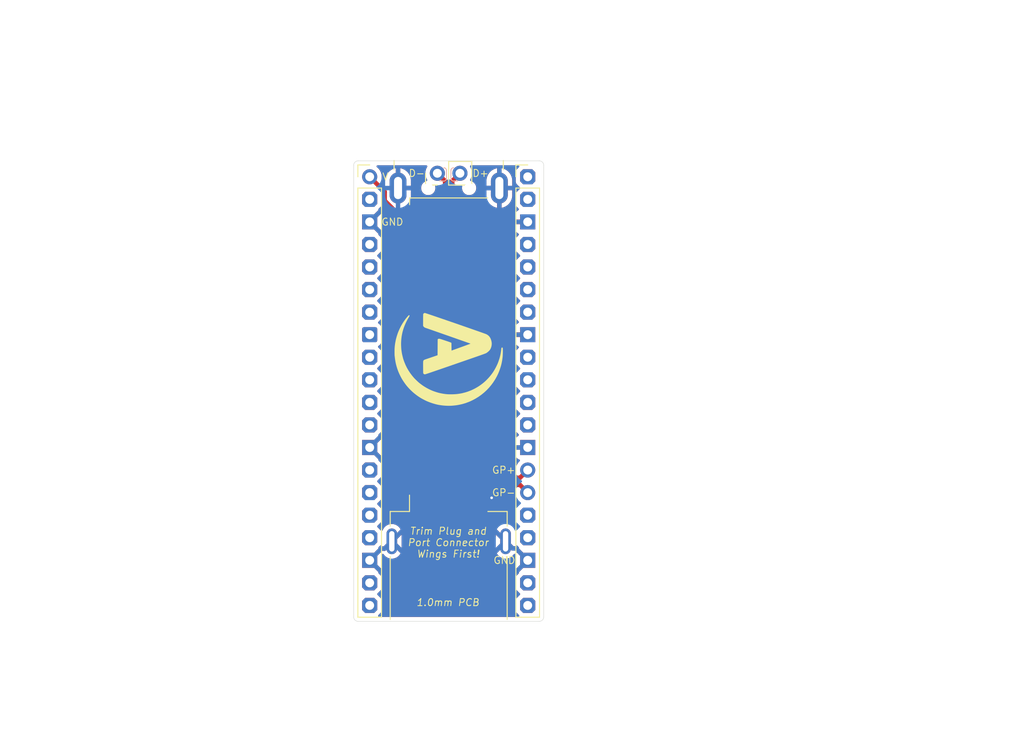
<source format=kicad_pcb>
(kicad_pcb (version 20240108) (generator "pcbnew") (generator_version "8.0")
  (layers (0 "F.Cu" signal) (31 "B.Cu" signal) (34 "B.Paste" user) (35 "F.Paste" user) (36 "B.SilkS" user "B.Silkscreen") (37 "F.SilkS" user "F.Silkscreen") (38 "B.Mask" user) (39 "F.Mask" user) (44 "Edge.Cuts" user))
  (net 0 "")
  (net 10 "VBUS")
  (net 11 "GND")
  (net 32 "D+")
  (net 33 "D-")
  (net 34 "GP+")
  (net 35 "GP-")
  (net 36 "AGND")
  (footprint "Connector_PinHeader_2.54mm:PinHeader_1x02_P2.54mm_Vertical" (layer "F.Cu") (at 148.975 88.22 90)
    (property "Reference" "J3" (hide yes))
    (property "Value" "Conn_01x02_Pin")
    (fp_line (start -1.33 -1.33) (end 0 -1.33) (stroke (width 0.12)) (layer "F.SilkS"))
    (fp_line (start -1.33 0) (end -1.33 -1.33) (stroke (width 0.12)) (layer "F.SilkS"))
    (fp_line (start 1.33 1.27) (end 1.33 3.87) (stroke (width 0.12)) (layer "F.SilkS"))
    (fp_line (start -1.33 1.27) (end 1.33 1.27) (stroke (width 0.12)) (layer "F.SilkS"))
    (fp_line (start -1.33 1.27) (end -1.33 3.87) (stroke (width 0.12)) (layer "F.SilkS"))
    (fp_line (start -1.33 3.87) (end 1.33 3.87) (stroke (width 0.12)) (layer "F.SilkS"))
    (pad "1" thru_hole circle (at 0 0 90) (size 1.7 1.7) (drill 1) (layers "*.Cu" "*.Mask") (net 33 "D-"))
    (pad "2" thru_hole oval (at 0 2.54 90) (size 1.7 1.7) (drill 1) (layers "*.Cu" "*.Mask") (net 32 "D+"))
  )
  (footprint "CustomFootprints:PinHeader_1x20_P2.54mm_Vertical_Low_Profile" (layer "F.Cu") (at 141.36 88.615)
    (property "Reference" "J1" (hide yes))
    (property "Value" "Conn_01x20_Pin")
    (fp_line (start -1.33 -1.33) (end 0 -1.33) (stroke (width 0.12)) (layer "F.SilkS"))
    (fp_line (start -1.33 0) (end -1.33 -1.33) (stroke (width 0.12)) (layer "F.SilkS"))
    (fp_line (start -1.33 1.27) (end -1.33 49.59) (stroke (width 0.12)) (layer "F.SilkS"))
    (fp_line (start -1.33 1.27) (end 1.33 1.27) (stroke (width 0.12)) (layer "F.SilkS"))
    (fp_line (start -1.33 49.59) (end 1.33 49.59) (stroke (width 0.12)) (layer "F.SilkS"))
    (fp_line (start 1.33 1.27) (end 1.33 49.59) (stroke (width 0.12)) (layer "F.SilkS"))
    (pad "1" thru_hole circle (at 0 0) (size 1.7 1.7) (drill 1) (layers "*.Cu" "*.Mask") (net 10 "VBUS"))
    (pad "2" thru_hole roundrect (at 0 2.54) (size 1.7 1.7) (drill 1) (layers "*.Cu" "*.Mask") (roundrect_rratio 0) (chamfer_ratio 0.2) (chamfer top_left top_right bottom_left bottom_right))
    (pad "3" thru_hole rect (at 0 5.08) (size 1.7 1.7) (drill 1) (layers "*.Cu" "*.Mask") (net 11 "GND"))
    (pad "4" thru_hole roundrect (at 0 7.62) (size 1.7 1.7) (drill 1) (layers "*.Cu" "*.Mask") (roundrect_rratio 0) (chamfer_ratio 0.2) (chamfer top_left top_right bottom_left bottom_right))
    (pad "5" thru_hole roundrect (at 0 10.16) (size 1.7 1.7) (drill 1) (layers "*.Cu" "*.Mask") (roundrect_rratio 0) (chamfer_ratio 0.2) (chamfer top_left top_right bottom_left bottom_right))
    (pad "6" thru_hole roundrect (at 0 12.7) (size 1.7 1.7) (drill 1) (layers "*.Cu" "*.Mask") (roundrect_rratio 0) (chamfer_ratio 0.2) (chamfer top_left top_right bottom_left bottom_right))
    (pad "7" thru_hole roundrect (at 0 15.24) (size 1.7 1.7) (drill 1) (layers "*.Cu" "*.Mask") (roundrect_rratio 0) (chamfer_ratio 0.2) (chamfer top_left top_right bottom_left bottom_right))
    (pad "8" thru_hole roundrect (at 0 17.78) (size 1.7 1.7) (drill 1) (layers "*.Cu" "*.Mask") (roundrect_rratio 0.125) (net 36 "AGND"))
    (pad "9" thru_hole roundrect (at 0 20.32) (size 1.7 1.7) (drill 1) (layers "*.Cu" "*.Mask") (roundrect_rratio 0) (chamfer_ratio 0.2) (chamfer top_left top_right bottom_left bottom_right))
    (pad "10" thru_hole roundrect (at 0 22.86) (size 1.7 1.7) (drill 1) (layers "*.Cu" "*.Mask") (roundrect_rratio 0) (chamfer_ratio 0.2) (chamfer top_left top_right bottom_left bottom_right))
    (pad "11" thru_hole roundrect (at 0 25.4) (size 1.7 1.7) (drill 1) (layers "*.Cu" "*.Mask") (roundrect_rratio 0) (chamfer_ratio 0.2) (chamfer top_left top_right bottom_left bottom_right))
    (pad "12" thru_hole roundrect (at 0 27.94) (size 1.7 1.7) (drill 1) (layers "*.Cu" "*.Mask") (roundrect_rratio 0) (chamfer_ratio 0.2) (chamfer top_left top_right bottom_left bottom_right))
    (pad "13" thru_hole rect (at 0 30.48) (size 1.7 1.7) (drill 1) (layers "*.Cu" "*.Mask") (net 11 "GND"))
    (pad "14" thru_hole roundrect (at 0 33.02) (size 1.7 1.7) (drill 1) (layers "*.Cu" "*.Mask") (roundrect_rratio 0) (chamfer_ratio 0.2) (chamfer top_left top_right bottom_left bottom_right))
    (pad "15" thru_hole roundrect (at 0 35.56) (size 1.7 1.7) (drill 1) (layers "*.Cu" "*.Mask") (roundrect_rratio 0) (chamfer_ratio 0.2) (chamfer top_left top_right bottom_left bottom_right))
    (pad "16" thru_hole roundrect (at 0 38.1) (size 1.7 1.7) (drill 1) (layers "*.Cu" "*.Mask") (roundrect_rratio 0) (chamfer_ratio 0.2) (chamfer top_left top_right bottom_left bottom_right))
    (pad "17" thru_hole roundrect (at 0 40.64) (size 1.7 1.7) (drill 1) (layers "*.Cu" "*.Mask") (roundrect_rratio 0) (chamfer_ratio 0.2) (chamfer top_left top_right bottom_left bottom_right))
    (pad "18" thru_hole rect (at 0 43.18) (size 1.7 1.7) (drill 1) (layers "*.Cu" "*.Mask") (net 11 "GND"))
    (pad "19" thru_hole roundrect (at 0 45.72) (size 1.7 1.7) (drill 1) (layers "*.Cu" "*.Mask") (roundrect_rratio 0) (chamfer_ratio 0.2) (chamfer top_left top_right bottom_left bottom_right))
    (pad "20" thru_hole roundrect (at 0 48.26) (size 1.7 1.7) (drill 1) (layers "*.Cu" "*.Mask") (roundrect_rratio 0) (chamfer_ratio 0.2) (chamfer top_left top_right bottom_left bottom_right))
  )
  (footprint "Connector_USB:USB_A_CNCTech_1001-011-01101_Horizontal" (layer "F.Cu") (at 150.25 82.98 90)
    (property "Reference" "J4" (hide yes))
    (property "Value" "USB_A")
    (fp_line (start -4.85 -6.145) (end -3.8 -6.145) (stroke (width 0.12)) (layer "F.SilkS"))
    (fp_line (start -8.02 -4.4) (end -8.775 -4.4) (stroke (width 0.12)) (layer "F.SilkS"))
    (fp_line (start -8.02 -4.4) (end -8.02 4.4) (stroke (width 0.12)) (layer "F.SilkS"))
    (fp_line (start -4.85 6.145) (end -3.8 6.145) (stroke (width 0.12)) (layer "F.SilkS"))
    (pad "" np_thru_hole circle (at -6.9 -2.3 90) (size 1.1 1.1) (drill 1.1) (layers "*.Cu" "*.Mask"))
    (pad "" np_thru_hole circle (at -6.9 2.3 90) (size 1.1 1.1) (drill 1.1) (layers "*.Cu" "*.Mask"))
    (pad "1" smd rect (at -9.65 -3.5 90) (size 2.5 1.1) (layers "F.Cu" "F.Paste" "F.Mask") (net 10 "VBUS"))
    (pad "2" smd rect (at -9.65 -1 90) (size 2.5 1.1) (layers "F.Cu" "F.Paste" "F.Mask") (net 33 "D-"))
    (pad "3" smd rect (at -9.65 1 90) (size 2.5 1.1) (layers "F.Cu" "F.Paste" "F.Mask") (net 32 "D+"))
    (pad "4" smd rect (at -9.65 3.5 90) (size 2.5 1.1) (layers "F.Cu" "F.Paste" "F.Mask") (net 11 "GND"))
    (pad "5" thru_hole oval (at -6.9 -5.7 90) (size 3.5 1.9) (drill oval 2.5 0.9) (layers "*.Cu" "*.Mask") (net 11 "GND"))
    (pad "5" thru_hole oval (at -6.9 5.7 90) (size 3.5 1.9) (drill oval 2.5 0.9) (layers "*.Cu" "*.Mask") (net 11 "GND"))
  )
  (footprint "CustomFootprints:USB_A_Receptacle_GCT_USB1046_Model" (layer "F.Cu") (at 150.25 133.21)
    (property "Reference" "J5" (hide yes))
    (property "Value" "USB_A")
    (fp_line (start -6.58 -6.91) (end -6.58 -5.26) (stroke (width 0.12)) (layer "F.SilkS"))
    (fp_line (start -6.58 -1.84) (end -6.58 5.25) (stroke (width 0.12)) (layer "F.SilkS"))
    (fp_line (start -4.41 -6.91) (end -6.58 -6.91) (stroke (width 0.12)) (layer "F.SilkS"))
    (fp_line (start -4.41 -6.91) (end -4.41 -8.75) (stroke (width 0.12)) (layer "F.SilkS"))
    (fp_line (start 4.41 -6.91) (end 6.58 -6.91) (stroke (width 0.12)) (layer "F.SilkS"))
    (fp_line (start 6.58 -6.91) (end 6.58 -5.26) (stroke (width 0.12)) (layer "F.SilkS"))
    (fp_line (start 6.58 -1.84) (end 6.58 5.25) (stroke (width 0.12)) (layer "F.SilkS"))
    (pad "1" smd roundrect (at -3.5 -7.25) (size 1.3 3) (layers "F.Cu" "F.Paste" "F.Mask") (net 10 "VBUS"))
    (pad "2" smd roundrect (at -1 -7.25) (size 1.3 3) (layers "F.Cu" "F.Paste" "F.Mask") (net 35 "GP-"))
    (pad "3" smd roundrect (at 1 -7.25) (size 1.3 3) (layers "F.Cu" "F.Paste" "F.Mask") (net 34 "GP+"))
    (pad "4" smd roundrect (at 3.5 -7.25) (size 1.3 3) (layers "F.Cu" "F.Paste" "F.Mask") (net 11 "GND"))
    (pad "5" thru_hole oval (at -6.4 -3.55) (size 1.2 2.9) (drill oval 0.6 2.3) (layers "*.Cu" "*.Mask") (net 11 "GND"))
    (pad "5" thru_hole oval (at 6.4 -3.55) (size 1.2 2.9) (drill oval 0.6 2.3) (layers "*.Cu" "*.Mask") (net 11 "GND"))
  )
  (footprint "CustomFootprints:PinHeader_1x20_P2.54mm_Vertical_Low_Profile" (layer "F.Cu") (at 159.14 88.615)
    (property "Reference" "J2" (hide yes))
    (property "Value" "Conn_01x20_Pin")
    (fp_line (start -1.33 -1.33) (end 0 -1.33) (stroke (width 0.12)) (layer "F.SilkS"))
    (fp_line (start -1.33 0) (end -1.33 -1.33) (stroke (width 0.12)) (layer "F.SilkS"))
    (fp_line (start -1.33 1.27) (end -1.33 49.59) (stroke (width 0.12)) (layer "F.SilkS"))
    (fp_line (start -1.33 1.27) (end 1.33 1.27) (stroke (width 0.12)) (layer "F.SilkS"))
    (fp_line (start -1.33 49.59) (end 1.33 49.59) (stroke (width 0.12)) (layer "F.SilkS"))
    (fp_line (start 1.33 1.27) (end 1.33 49.59) (stroke (width 0.12)) (layer "F.SilkS"))
    (pad "1" thru_hole roundrect (at 0 0) (size 1.7 1.7) (drill 1) (layers "*.Cu" "*.Mask") (roundrect_rratio 0) (chamfer_ratio 0.2) (chamfer top_left top_right bottom_left bottom_right))
    (pad "2" thru_hole roundrect (at 0 2.54) (size 1.7 1.7) (drill 1) (layers "*.Cu" "*.Mask") (roundrect_rratio 0) (chamfer_ratio 0.2) (chamfer top_left top_right bottom_left bottom_right))
    (pad "3" thru_hole rect (at 0 5.08) (size 1.7 1.7) (drill 1) (layers "*.Cu" "*.Mask") (net 11 "GND"))
    (pad "4" thru_hole roundrect (at 0 7.62) (size 1.7 1.7) (drill 1) (layers "*.Cu" "*.Mask") (roundrect_rratio 0) (chamfer_ratio 0.2) (chamfer top_left top_right bottom_left bottom_right))
    (pad "5" thru_hole roundrect (at 0 10.16) (size 1.7 1.7) (drill 1) (layers "*.Cu" "*.Mask") (roundrect_rratio 0) (chamfer_ratio 0.2) (chamfer top_left top_right bottom_left bottom_right))
    (pad "6" thru_hole roundrect (at 0 12.7) (size 1.7 1.7) (drill 1) (layers "*.Cu" "*.Mask") (roundrect_rratio 0) (chamfer_ratio 0.2) (chamfer top_left top_right bottom_left bottom_right))
    (pad "7" thru_hole roundrect (at 0 15.24) (size 1.7 1.7) (drill 1) (layers "*.Cu" "*.Mask") (roundrect_rratio 0) (chamfer_ratio 0.2) (chamfer top_left top_right bottom_left bottom_right))
    (pad "8" thru_hole rect (at 0 17.78) (size 1.7 1.7) (drill 1) (layers "*.Cu" "*.Mask") (net 11 "GND"))
    (pad "9" thru_hole roundrect (at 0 20.32) (size 1.7 1.7) (drill 1) (layers "*.Cu" "*.Mask") (roundrect_rratio 0) (chamfer_ratio 0.2) (chamfer top_left top_right bottom_left bottom_right))
    (pad "10" thru_hole roundrect (at 0 22.86) (size 1.7 1.7) (drill 1) (layers "*.Cu" "*.Mask") (roundrect_rratio 0) (chamfer_ratio 0.2) (chamfer top_left top_right bottom_left bottom_right))
    (pad "11" thru_hole roundrect (at 0 25.4) (size 1.7 1.7) (drill 1) (layers "*.Cu" "*.Mask") (roundrect_rratio 0) (chamfer_ratio 0.2) (chamfer top_left top_right bottom_left bottom_right))
    (pad "12" thru_hole roundrect (at 0 27.94) (size 1.7 1.7) (drill 1) (layers "*.Cu" "*.Mask") (roundrect_rratio 0) (chamfer_ratio 0.2) (chamfer top_left top_right bottom_left bottom_right))
    (pad "13" thru_hole rect (at 0 30.48) (size 1.7 1.7) (drill 1) (layers "*.Cu" "*.Mask") (net 11 "GND"))
    (pad "14" thru_hole oval (at 0 33.02) (size 1.7 1.7) (drill 1) (layers "*.Cu" "*.Mask") (net 34 "GP+"))
    (pad "15" thru_hole oval (at 0 35.56) (size 1.7 1.7) (drill 1) (layers "*.Cu" "*.Mask") (net 35 "GP-"))
    (pad "16" thru_hole roundrect (at 0 38.1) (size 1.7 1.7) (drill 1) (layers "*.Cu" "*.Mask") (roundrect_rratio 0) (chamfer_ratio 0.2) (chamfer top_left top_right bottom_left bottom_right))
    (pad "17" thru_hole roundrect (at 0 40.64) (size 1.7 1.7) (drill 1) (layers "*.Cu" "*.Mask") (roundrect_rratio 0) (chamfer_ratio 0.2) (chamfer top_left top_right bottom_left bottom_right))
    (pad "18" thru_hole rect (at 0 43.18) (size 1.7 1.7) (drill 1) (layers "*.Cu" "*.Mask") (net 11 "GND"))
    (pad "19" thru_hole roundrect (at 0 45.72) (size 1.7 1.7) (drill 1) (layers "*.Cu" "*.Mask") (roundrect_rratio 0) (chamfer_ratio 0.2) (chamfer top_left top_right bottom_left bottom_right))
    (pad "20" thru_hole roundrect (at 0 48.26) (size 1.7 1.7) (drill 1) (layers "*.Cu" "*.Mask") (roundrect_rratio 0) (chamfer_ratio 0.2) (chamfer top_left top_right bottom_left bottom_right))
  )
  (footprint "LOGO" (layer "F.Cu") (at 151.270508 107.404605 -90)
    (property "Reference" "G***" (hide yes))
    (property "Value" "LOGO" (hide yes))
    (fp_poly (pts (xy 0.211344 -3.807247) (xy 0.354746 -3.776122) (xy 0.490716 -3.730534) (xy 0.614713 -3.671529) (xy 0.722193 -3.600157) (xy 0.745184 -3.581167) (xy 0.838825 -3.491677) (xy 0.931997 -3.386826) (xy 1.017352 -3.275048) (xy 1.037574 -3.245569) (xy 1.044528 -3.235055) (xy 1.05137 -3.224219) (xy 1.05839 -3.212242) (xy 1.06588 -3.198305) (xy 1.074131 -3.181588) (xy 1.083436 -3.161274) (xy 1.094085 -3.136543) (xy 1.10637 -3.106576) (xy 1.120583 -3.070555) (xy 1.137015 -3.02766) (xy 1.155958 -2.977072) (xy 1.177703 -2.917974) (xy 1.202541 -2.849545) (xy 1.230765 -2.770968) (xy 1.262666 -2.681422) (xy 1.298535 -2.58009) (xy 1.338664 -2.466152) (xy 1.383345 -2.338789) (xy 1.432869 -2.197183) (xy 1.487527 -2.040515) (xy 1.547611 -1.867966) (xy 1.613412 -1.678716) (xy 1.685223 -1.471948) (xy 1.763335 -1.246841) (xy 1.848038 -1.002578) (xy 1.939626 -0.73834) (xy 2.038388 -0.453307) (xy 2.144618 -0.14666) (xy 2.258605 0.182419) (xy 2.280897 0.246777) (xy 2.400118 0.591043) (xy 2.511435 0.912637) (xy 2.615091 1.212273) (xy 2.711331 1.490668) (xy 2.800397 1.748539) (xy 2.882534 1.986602) (xy 2.957985 2.205573) (xy 3.026995 2.406169) (xy 3.089805 2.589107) (xy 3.146661 2.755101) (xy 3.197806 2.90487) (xy 3.243484 3.039129) (xy 3.283938 3.158594) (xy 3.319412 3.263983) (xy 3.350149 3.35601) (xy 3.376394 3.435394) (xy 3.39839 3.50285) (xy 3.41638 3.559094) (xy 3.430609 3.604843) (xy 3.44132 3.640814) (xy 3.448756 3.667722) (xy 3.453162 3.686284) (xy 3.45478 3.697217) (xy 3.454799 3.69795) (xy 3.444169 3.76639) (xy 3.410982 3.825362) (xy 3.364509 3.868925) (xy 3.356308 3.874587) (xy 3.346873 3.879371) (xy 3.334146 3.883364) (xy 3.316072 3.886653) (xy 3.290595 3.889324) (xy 3.255657 3.891463) (xy 3.209203 3.893157) (xy 3.149175 3.894492) (xy 3.073518 3.895555) (xy 2.980175 3.896432) (xy 2.86709 3.897209) (xy 2.732206 3.897974) (xy 2.664802 3.898332) (xy 2.511987 3.899122) (xy 2.38189 3.899617) (xy 2.272459 3.89961) (xy 2.181642 3.898892) (xy 2.107391 3.897256) (xy 2.047652 3.894493) (xy 2.000375 3.890395) (xy 1.963509 3.884754) (xy 1.935004 3.877363) (xy 1.912807 3.868013) (xy 1.894869 3.856496) (xy 1.879137 3.842604) (xy 1.863562 3.826129) (xy 1.854548 3.816146) (xy 1.836377 3.792533) (xy 1.818359 3.760812) (xy 1.798859 3.717251) (xy 1.776239 3.65812) (xy 1.748866 3.579691) (xy 1.742185 3.559897) (xy 1.722919 3.502787) (xy 1.696876 3.425929) (xy 1.665308 3.333005) (xy 1.62947 3.227699) (xy 1.590615 3.113691) (xy 1.549997 2.994664) (xy 1.508869 2.874301) (xy 1.48729 2.811215) (xy 1.302947 2.272502) (xy 0.410258 2.26631) (xy -0.482431 2.260117) (xy -0.515934 2.226609) (xy -0.536694 2.200654) (xy -0.548408 2.169384) (xy -0.554465 2.123447) (xy -0.55477 2.119374) (xy -0.555541 2.102078) (xy -0.554931 2.083711) (xy -0.552338 2.06221) (xy -0.547162 2.035513) (xy -0.538802 2.001556) (xy -0.526658 1.958278) (xy -0.510128 1.903617) (xy -0.488613 1.835509) (xy -0.46151 1.751893) (xy -0.428221 1.650706) (xy -0.388144 1.529886) (xy -0.34771 1.408466) (xy -0.298966 1.26271) (xy -0.257177 1.138885) (xy -0.22174 1.035337) (xy -0.192048 0.950412) (xy -0.167497 0.882453) (xy -0.147481 0.829807) (xy -0.131394 0.790818) (xy -0.118633 0.763833) (xy -0.108591 0.747196) (xy -0.10383 0.741689) (xy -0.072342 0.712092) (xy 0.352826 0.7059) (xy 0.777994 0.699708) (xy 0.392093 -0.36825) (xy 0.335819 -0.523802) (xy 0.28188 -0.672544) (xy 0.230873 -0.812848) (xy 0.183397 -0.943084) (xy 0.14005 -1.061623) (xy 0.10143 -1.166836) (xy 0.068136 -1.257093) (xy 0.040765 -1.330764) (xy 0.019916 -1.386222) (xy 0.006188 -1.421835) (xy 0.000178 -1.435975) (xy 0 -1.436152) (xy -0.004438 -1.424675) (xy -0.016609 -1.39111) (xy -0.036057 -1.336749) (xy -0.062331 -1.262882) (xy -0.094978 -1.170798) (xy -0.133543 -1.061789) (xy -0.177576 -0.937143) (xy -0.226621 -0.798152) (xy -0.280227 -0.646105) (xy -0.33794 -0.482293) (xy -0.399307 -0.308006) (xy -0.463876 -0.124534) (xy -0.531193 0.066832) (xy -0.600805 0.264803) (xy -0.67226 0.468088) (xy -0.745103 0.675398) (xy -0.818883 0.88544) (xy -0.893147 1.096927) (xy -0.96744 1.308567) (xy -1.04131 1.51907) (xy -1.114305 1.727146) (xy -1.185971 1.931505) (xy -1.255855 2.130856) (xy -1.323504 2.32391) (xy -1.388465 2.509376) (xy -1.450285 2.685963) (xy -1.508511 2.852383) (xy -1.562691 3.007344) (xy -1.61237 3.149557) (xy -1.657097 3.27773) (xy -1.696417 3.390574) (xy -1.729878 3.4868) (xy -1.757028 3.565115) (xy -1.777412 3.624231) (xy -1.790579 3.662857) (xy -1.79457 3.674872) (xy -1.820141 3.727389) (xy -1.861235 3.783377) (xy -1.911328 3.835022) (xy -1.958518 3.87121) (xy -2.005748 3.901024) (xy -2.653069 3.900239) (xy -2.802461 3.89982) (xy -2.936168 3.898959) (xy -3.052822 3.897684) (xy -3.151056 3.896021) (xy -3.229502 3.893996) (xy -3.28679 3.891635) (xy -3.321554 3.888966) (xy -3.331344 3.887111) (xy -3.388109 3.851869) (xy -3.42923 3.799878) (xy -3.451774 3.735644) (xy -3.455192 3.696716) (xy -3.451164 3.679415) (xy -3.439341 3.639866) (xy -3.420112 3.579198) (xy -3.393869 3.498538) (xy -3.361001 3.399016) (xy -3.3219 3.28176) (xy -3.276955 3.147899) (xy -3.226558 2.99856) (xy -3.171099 2.834873) (xy -3.110968 2.657965) (xy -3.046555 2.468966) (xy -2.978252 2.269004) (xy -2.906448 2.059207) (xy -2.831534 1.840704) (xy -2.753901 1.614623) (xy -2.673939 1.382093) (xy -2.592039 1.144242) (xy -2.50859 0.902199) (xy -2.423984 0.657093) (xy -2.338611 0.410051) (xy -2.252862 0.162202) (xy -2.167126 -0.085324) (xy -2.081795 -0.331401) (xy -1.997258 -0.574899) (xy -1.913907 -0.81469) (xy -1.832132 -1.049645) (xy -1.752323 -1.278635) (xy -1.674871 -1.500533) (xy -1.600166 -1.71421) (xy -1.528599 -1.918537) (xy -1.46056 -2.112387) (xy -1.39644 -2.294629) (xy -1.336629 -2.464136) (xy -1.281517 -2.61978) (xy -1.231496 -2.760432) (xy -1.186955 -2.884963) (xy -1.148285 -2.992245) (xy -1.115877 -3.081149) (xy -1.090121 -3.150547) (xy -1.071407 -3.199311) (xy -1.060126 -3.226312) (xy -1.058746 -3.229097) (xy -0.98209 -3.356254) (xy -0.895187 -3.465808) (xy -0.795912 -3.559208) (xy -0.682143 -3.637906) (xy -0.551757 -3.703352) (xy -0.402629 -3.756995) (xy -0.232638 -3.800286) (xy -0.218012 -3.803358) (xy -0.079578 -3.821913) (xy 0.065055 -3.82286)) (fill solid) (layer "F.SilkS"))
    (fp_poly (pts (xy 0.991545 -5.071328) (xy 1.103335 -5.068656) (xy 1.213806 -5.064719) (xy 1.318907 -5.059705) (xy 1.414589 -5.053801) (xy 1.496803 -5.047196) (xy 1.561499 -5.040076) (xy 1.597563 -5.034212) (xy 1.628535 -5.029255) (xy 1.670991 -5.024144) (xy 1.690444 -5.022236) (xy 1.766002 -5.013437) (xy 1.857543 -4.999556) (xy 1.957111 -4.981866) (xy 2.018626 -4.969702) (xy 2.069324 -4.959573) (xy 2.11532 -4.950919) (xy 2.147185 -4.945508) (xy 2.14866 -4.945294) (xy 2.183027 -4.938727) (xy 2.227334 -4.928176) (xy 2.247733 -4.922717) (xy 2.293792 -4.91082) (xy 2.338045 -4.900899) (xy 2.352999 -4.898082) (xy 2.397214 -4.888374) (xy 2.460653 -4.871385) (xy 2.539302 -4.848415) (xy 2.629151 -4.820762) (xy 2.726186 -4.789725) (xy 2.826397 -4.756603) (xy 2.92577 -4.722694) (xy 3.020293 -4.689297) (xy 3.105956 -4.657712) (xy 3.159135 -4.637122) (xy 3.417631 -4.526293) (xy 3.680108 -4.398205) (xy 3.938175 -4.257056) (xy 4.043443 -4.194759) (xy 4.368235 -3.983678) (xy 4.678161 -3.753358) (xy 4.972343 -3.504747) (xy 5.249903 -3.23879) (xy 5.509965 -2.956436) (xy 5.75165 -2.658631) (xy 5.974081 -2.346321) (xy 6.176381 -2.020454) (xy 6.341095 -1.715212) (xy 6.427874 -1.537679) (xy 6.502141 -1.375334) (xy 6.563223 -1.229715) (xy 6.610447 -1.102363) (xy 6.615331 -1.087838) (xy 6.62994 -1.045864) (xy 6.64263 -1.012951) (xy 6.650261 -0.996928) (xy 6.658505 -0.978453) (xy 6.672052 -0.940273) (xy 6.689648 -0.886566) (xy 6.710038 -0.82151) (xy 6.731964 -0.749283) (xy 6.754172 -0.674064) (xy 6.775405 -0.600031) (xy 6.794409 -0.531362) (xy 6.809927 -0.472237) (xy 6.818148 -0.438307) (xy 6.854986 -0.273296) (xy 6.885563 -0.125341) (xy 6.910906 0.012177) (xy 6.932039 0.145875) (xy 6.94999 0.282371) (xy 6.965783 0.428281) (xy 6.980445 0.590223) (xy 6.983693 0.629543) (xy 6.99275 0.788599) (xy 6.995983 0.965093) (xy 6.993654 1.152455) (xy 6.986027 1.344116) (xy 6.973364 1.533506) (xy 6.95593 1.714055) (xy 6.933988 1.879192) (xy 6.933488 1.882399) (xy 6.925929 1.932293) (xy 6.919237 1.97909) (xy 6.915665 2.006241) (xy 6.896078 2.133992) (xy 6.866524 2.279711) (xy 6.828237 2.439279) (xy 6.782454 2.608574) (xy 6.730408 2.783475) (xy 6.673334 2.95986) (xy 6.612467 3.133609) (xy 6.549043 3.3006) (xy 6.484295 3.456712) (xy 6.474092 3.479961) (xy 6.426779 3.582929) (xy 6.372596 3.69413) (xy 6.313696 3.809646) (xy 6.252231 3.925558) (xy 6.190353 4.037949) (xy 6.130214 4.142898) (xy 6.073968 4.236488) (xy 6.023765 4.314801) (xy 5.986495 4.367702) (xy 5.967668 4.394283) (xy 5.957426 4.411828) (xy 5.956802 4.414071) (xy 5.949748 4.426673) (xy 5.930385 4.455298) (xy 5.901412 4.496263) (xy 5.865526 4.545889) (xy 5.825426 4.600491) (xy 5.78381 4.65639) (xy 5.743376 4.709904) (xy 5.706822 4.75735) (xy 5.684791 4.785226) (xy 5.649386 4.829416) (xy 5.616082 4.871113) (xy 5.590766 4.902941) (xy 5.585921 4.909068) (xy 5.52399 4.983938) (xy 5.447477 5.070677) (xy 5.360545 5.164961) (xy 5.267354 5.262465) (xy 5.172065 5.358866) (xy 5.078838 5.449837) (xy 4.991836 5.531057) (xy 4.959874 5.5597) (xy 4.918712 5.596138) (xy 4.879614 5.630864) (xy 4.85045 5.656887) (xy 4.848416 5.658711) (xy 4.758507 5.735487) (xy 4.650857 5.82081) (xy 4.529642 5.91169) (xy 4.39904 6.005139) (xy 4.263227 6.098166) (xy 4.12638 6.187782) (xy 3.994428 6.269938) (xy 3.905156 6.321691) (xy 3.799405 6.379345) (xy 3.683205 6.439892) (xy 3.562587 6.500325) (xy 3.443582 6.557635) (xy 3.332223 6.608816) (xy 3.234538 6.650858) (xy 3.213701 6.659293) (xy 3.167833 6.677844) (xy 3.125639 6.695347) (xy 3.102243 6.705393) (xy 3.065224 6.720273) (xy 3.03413 6.730781) (xy 3.006069 6.739932) (xy 2.964909 6.754561) (xy 2.928864 6.767987) (xy 2.878804 6.785897) (xy 2.810956 6.808544) (xy 2.731393 6.834018) (xy 2.646186 6.860407) (xy 2.561409 6.885799) (xy 2.483132 6.908284) (xy 2.483033 6.908312) (xy 2.262095 6.963982) (xy 2.025099 7.012562) (xy 1.780115 7.052578) (xy 1.535206 7.082554) (xy 1.523257 7.083748) (xy 1.467487 7.089725) (xy 1.41984 7.095689) (xy 1.386416 7.100827) (xy 1.374647 7.103536) (xy 1.355734 7.106041) (xy 1.315686 7.108217) (xy 1.258132 7.110045) (xy 1.186703 7.111511) (xy 1.105029 7.112597) (xy 1.016741 7.113286) (xy 0.925469 7.113562) (xy 0.834844 7.113408) (xy 0.748496 7.112807) (xy 0.670056 7.111742) (xy 0.603154 7.110196) (xy 0.55142 7.108154) (xy 0.538713 7.107396) (xy 0.42544 7.099452) (xy 0.334747 7.092268) (xy 0.264462 7.085651) (xy 0.212416 7.079407) (xy 0.195727 7.076891) (xy 0.151751 7.070622) (xy 0.109567 7.065913) (xy 0.109038 7.065867) (xy 0.059709 7.060217) (xy -0.005323 7.050915) (xy -0.077505 7.039334) (xy -0.148286 7.026848) (xy -0.209117 7.01483) (xy -0.210531 7.014527) (xy -0.25921 7.004403) (xy -0.304009 6.995639) (xy -0.330316 6.990958) (xy -0.415401 6.974658) (xy -0.518823 6.950472) (xy -0.635955 6.919795) (xy -0.762172 6.884022) (xy -0.892846 6.844549) (xy -1.023352 6.802771) (xy -1.149062 6.760082) (xy -1.26535 6.717879) (xy -1.362262 6.679762) (xy -1.692302 6.533917) (xy -2.002678 6.376687) (xy -2.296539 6.206335) (xy -2.577033 6.021122) (xy -2.650219 5.968823) (xy -2.690437 5.939771) (xy -2.727068 5.913578) (xy -2.749293 5.897931) (xy -2.783824 5.872388) (xy -2.831118 5.835147) (xy -2.886903 5.789806) (xy -2.94691 5.739963) (xy -3.006869 5.689215) (xy -3.062509 5.641163) (xy -3.109561 5.599403) (xy -3.143754 5.567534) (xy -3.155226 5.555859) (xy -3.19002 5.513082) (xy -3.205485 5.479532) (xy -3.203132 5.451049) (xy -3.197337 5.439822) (xy -3.183596 5.426007) (xy -3.163541 5.420976) (xy -3.134805 5.425623) (xy -3.095019 5.440839) (xy -3.041817 5.46752) (xy -2.972831 5.506559) (xy -2.891711 5.555179) (xy -2.692338 5.669822) (xy -2.475467 5.78212) (xy -2.248346 5.888688) (xy -2.018224 5.986141) (xy -1.79235 6.071094) (xy -1.770941 6.078542) (xy -1.709451 6.098952) (xy -1.636074 6.122021) (xy -1.555836 6.146299) (xy -1.473763 6.170341) (xy -1.394882 6.192698) (xy -1.324217 6.211923) (xy -1.266795 6.226569) (xy -1.227643 6.235188) (xy -1.226036 6.235473) (xy -1.189507 6.242464) (xy -1.141542 6.252459) (xy -1.108386 6.259745) (xy -0.920705 6.296784) (xy -0.715892 6.327744) (xy -0.500999 6.351886) (xy -0.283082 6.368466) (xy -0.069192 6.376744) (xy 0.012385 6.377563) (xy 0.110946 6.376694) (xy 0.217921 6.374035) (xy 0.327988 6.369861) (xy 0.435827 6.364447) (xy 0.536117 6.358067) (xy 0.623538 6.350997) (xy 0.69277 6.343513) (xy 0.7059 6.341712) (xy 0.752494 6.334995) (xy 0.814389 6.326114) (xy 0.882366 6.316389) (xy 0.928816 6.309762) (xy 1.008444 6.297843) (xy 1.082508 6.285328) (xy 1.157108 6.270987) (xy 1.238344 6.253588) (xy 1.332316 6.2319) (xy 1.424184 6.209802) (xy 1.544153 6.180167) (xy 1.641959 6.155093) (xy 1.717125 6.13471) (xy 1.769176 6.119149) (xy 1.797635 6.108541) (xy 1.801902 6.106048) (xy 1.822312 6.096322) (xy 1.850212 6.087839) (xy 1.874856 6.080407) (xy 1.917197 6.066078) (xy 1.971781 6.046755) (xy 2.033153 6.024341) (xy 2.04836 6.018686) (xy 2.384358 5.881168) (xy 2.707266 5.724073) (xy 3.018686 5.546435) (xy 3.320221 5.34729) (xy 3.613474 5.125669) (xy 3.824309 4.9482) (xy 3.884073 4.89369) (xy 3.953416 4.827159) (xy 4.029232 4.751883) (xy 4.108416 4.671137) (xy 4.18786 4.588195) (xy 4.26446 4.506334) (xy 4.335109 4.428828) (xy 4.396702 4.358954) (xy 4.446133 4.299985) (xy 4.47689 4.260016) (xy 4.496825 4.233043) (xy 4.525982 4.194574) (xy 4.558299 4.152602) (xy 4.560588 4.149655) (xy 4.703416 3.954433) (xy 4.843847 3.740356) (xy 4.978524 3.513319) (xy 5.104089 3.279215) (xy 5.217186 3.04394) (xy 5.298153 2.854559) (xy 5.331747 2.767658) (xy 5.367396 2.669608) (xy 5.403701 2.564795) (xy 5.439261 2.457609) (xy 5.472676 2.352437) (xy 5.502546 2.253667) (xy 5.527471 2.165689) (xy 5.54605 2.092889) (xy 5.555488 2.048056) (xy 5.562159 2.015804) (xy 5.572451 1.971672) (xy 5.579622 1.942912) (xy 5.591216 1.892507) (xy 5.600853 1.841636) (xy 5.604202 1.81907) (xy 5.611557 1.772499) (xy 5.621077 1.727144) (xy 5.622944 1.719829) (xy 5.630998 1.681243) (xy 5.6384 1.631946) (xy 5.641576 1.603278) (xy 5.645971 1.563199) (xy 5.650467 1.533808) (xy 5.653244 1.523492) (xy 5.656415 1.508651) (xy 5.661329 1.474437) (xy 5.667382 1.426134) (xy 5.673969 1.369025) (xy 5.680484 1.308394) (xy 5.686323 1.249526) (xy 5.690879 1.197702) (xy 5.691566 1.188884) (xy 5.699091 1.054856) (xy 5.702997 0.904593) (xy 5.703439 0.743959) (xy 5.700574 0.578818) (xy 5.694558 0.415034) (xy 5.685549 0.258471) (xy 5.673703 0.114992) (xy 5.659642 -0.006192) (xy 5.647497 -0.090434) (xy 5.633998 -0.178002) (xy 5.619858 -0.264844) (xy 5.605786 -0.346912) (xy 5.592494 -0.420155) (xy 5.580693 -0.480524) (xy 5.571094 -0.523968) (xy 5.565063 -0.544904) (xy 5.558741 -0.565446) (xy 5.548799 -0.602637) (xy 5.537223 -0.649) (xy 5.53545 -0.656362) (xy 5.51492 -0.74003) (xy 5.495123 -0.817021) (xy 5.477176 -0.883251) (xy 5.462195 -0.934634) (xy 5.451296 -0.967082) (xy 5.449156 -0.972159) (xy 5.440226 -0.995757) (xy 5.427224 -1.035265) (xy 5.412747 -1.08274) (xy 5.410681 -1.089809) (xy 5.396734 -1.13558) (xy 5.384325 -1.172374) (xy 5.375773 -1.193402) (xy 5.374761 -1.195075) (xy 5.366265 -1.212683) (xy 5.353114 -1.246084) (xy 5.340346 -1.281765) (xy 5.303009 -1.38239) (xy 5.255486 -1.497574) (xy 5.20069 -1.620853) (xy 5.141533 -1.745764) (xy 5.08093 -1.865843) (xy 5.055703 -1.913359) (xy 4.959507 -2.087218) (xy 4.868278 -2.242653) (xy 4.77888 -2.384645) (xy 4.688173 -2.518173) (xy 4.593021 -2.648219) (xy 4.591396 -2.650363) (xy 4.555906 -2.697248) (xy 4.523438 -2.740269) (xy 4.498593 -2.773322) (xy 4.489274 -2.78581) (xy 4.472143 -2.807733) (xy 4.445274 -2.840886) (xy 4.413488 -2.879464) (xy 4.381604 -2.917666) (xy 4.354442 -2.949688) (xy 4.336822 -2.969728) (xy 4.33445 -2.972208) (xy 4.323529 -2.984531) (xy 4.302347 -3.009324) (xy 4.286651 -3.027937) (xy 4.263885 -3.053523) (xy 4.227611 -3.092499) (xy 4.181784 -3.140692) (xy 4.130359 -3.193929) (xy 4.094716 -3.23037) (xy 3.90619 -3.413281) (xy 3.707032 -3.59009) (xy 3.502919 -3.756086) (xy 3.299531 -3.90656) (xy 3.188933 -3.981721) (xy 3.037008 -4.077543) (xy 2.874295 -4.173029) (xy 2.705975 -4.265494) (xy 2.537227 -4.352254) (xy 2.373233 -4.430623) (xy 2.219172 -4.497916) (xy 2.111507 -4.54015) (xy 2.040769 -4.565701) (xy 1.9587 -4.594454) (xy 1.871759 -4.624229) (xy 1.786402 -4.652846) (xy 1.709087 -4.678124) (xy 1.646271 -4.697885) (xy 1.628523 -4.703206) (xy 1.571997 -4.718944) (xy 1.501834 -4.737129) (xy 1.42293 -4.756633) (xy 1.340177 -4.776326) (xy 1.25847 -4.795078) (xy 1.182702 -4.811759) (xy 1.117767 -4.825239) (xy 1.068559 -4.834389) (xy 1.046466 -4.837574) (xy 1.013551 -4.841786) (xy 0.968077 -4.848446) (xy 0.935008 -4.853666) (xy 0.847911 -4.866728) (xy 0.749983 -4.879564) (xy 0.653688 -4.890622) (xy 0.584583 -4.897284) (xy 0.518585 -4.906097) (xy 0.473831 -4.920825) (xy 0.447083 -4.943632) (xy 0.435103 -4.976681) (xy 0.433637 -4.998134) (xy 0.435355 -5.018579) (xy 0.442503 -5.034676) (xy 0.457733 -5.046993) (xy 0.483696 -5.056093) (xy 0.523045 -5.062545) (xy 0.578431 -5.066914) (xy 0.652507 -5.069766) (xy 0.747923 -5.071667) (xy 0.780205 -5.072125) (xy 0.882485 -5.072547)) (fill solid) (layer "F.SilkS"))
  )
  (gr_line (start 150.8 89.1) (end 151.25 89.1) (stroke (width 0.1)) (layer "B.SilkS"))
  (gr_line (start 149.7 89.1) (end 149.25 89.1) (stroke (width 0.1)) (layer "B.SilkS"))
  (gr_arc (start 149.7 87.6) (mid 149.912132 87.687868) (end 150 87.9) (stroke (width 0.1)) (layer "B.SilkS"))
  (gr_line (start 150.5 88.8) (end 150.5 87.9) (stroke (width 0.1)) (layer "B.SilkS"))
  (gr_arc (start 150 88.8) (mid 149.912132 89.012132) (end 149.7 89.1) (stroke (width 0.1)) (layer "B.SilkS"))
  (gr_line (start 150 87.9) (end 150 88.8) (stroke (width 0.1)) (layer "B.SilkS"))
  (gr_arc (start 150.5 87.9) (mid 150.587868 87.687868) (end 150.8 87.6) (stroke (width 0.1)) (layer "B.SilkS"))
  (gr_arc (start 150.8 89.1) (mid 150.587868 89.012132) (end 150.5 88.8) (stroke (width 0.1)) (layer "B.SilkS"))
  (gr_line (start 160.94 87.32) (end 160.94 138.17) (stroke (width 0.05)) (layer "Edge.Cuts"))
  (gr_arc (start 140.06 138.67) (mid 139.706447 138.523553) (end 139.56 138.17) (stroke (width 0.05)) (layer "Edge.Cuts"))
  (gr_line (start 140.06 86.82) (end 160.44 86.82) (stroke (width 0.05)) (layer "Edge.Cuts"))
  (gr_arc (start 160.94 138.17) (mid 160.793553 138.523553) (end 160.44 138.67) (stroke (width 0.05)) (layer "Edge.Cuts"))
  (gr_line (start 160.44 138.67) (end 140.06 138.67) (stroke (width 0.05)) (layer "Edge.Cuts"))
  (gr_arc (start 160.44 86.82) (mid 160.793553 86.966447) (end 160.94 87.32) (stroke (width 0.05)) (layer "Edge.Cuts"))
  (gr_arc (start 139.56 87.32) (mid 139.706447 86.966447) (end 140.06 86.82) (stroke (width 0.05)) (layer "Edge.Cuts"))
  (gr_line (start 139.56 138.17) (end 139.56 87.32) (stroke (width 0.05)) (layer "Edge.Cuts"))
  (gr_text "GP-" (at 157.8 124.175 0) (layer "F.SilkS") (effects (font (size 0.8 0.8) (thickness 0.1)) (justify right)))
  (gr_text "D+" (at 152.87 88.22 0) (layer "F.SilkS") (effects (font (size 0.8 0.8) (thickness 0.1)) (justify left)))
  (gr_text "Trim Plug and\nPort Connector\nWings First!" (at 150.2 131.55 0) (layer "F.SilkS") (effects (font (size 0.8 0.8) (thickness 0.1) (italic yes)) (justify bottom)))
  (gr_text "GND" (at 142.63 93.7 0) (layer "F.SilkS") (effects (font (size 0.8 0.8) (thickness 0.1)) (justify left)))
  (gr_text "1.0mm PCB" (at 150.16 136.54 0) (layer "F.SilkS") (effects (font (size 0.8 0.8) (thickness 0.1) (italic yes))))
  (gr_text "V" (at 142.73 88.615 0) (layer "F.SilkS") (effects (font (size 0.8 0.8) (thickness 0.1)) (justify left)))
  (gr_text "GP+" (at 157.8 121.635 0) (layer "F.SilkS") (effects (font (size 0.8 0.8) (thickness 0.1)) (justify right)))
  (gr_text "D-" (at 147.62 88.22 0) (layer "F.SilkS") (effects (font (size 0.8 0.8) (thickness 0.1)) (justify right)))
  (gr_text "GND" (at 157.8 131.795 0) (layer "F.SilkS") (effects (font (size 0.8 0.8) (thickness 0.1)) (justify right)))
  (segment (start 146.75 125.96) (end 146.75 92.63) (width 0.5) (layer "F.Cu") (net 10))
  (segment (start 141.36 88.615) (end 143.05 90.305) (width 0.5) (layer "F.Cu") (net 10))
  (segment (start 143.05 91.30132) (end 144.37868 92.63) (width 0.5) (layer "F.Cu") (net 10))
  (segment (start 143.05 90.305) (end 143.05 91.30132) (width 0.5) (layer "F.Cu") (net 10))
  (segment (start 144.37868 92.63) (end 146.75 92.63) (width 0.5) (layer "F.Cu") (net 10))
  (segment (start 157.215 119.095) (end 155.95 117.83) (width 0.5) (layer "F.Cu") (net 11))
  (segment (start 155.95 92.44) (end 155.95 92.15) (width 0.5) (layer "F.Cu") (net 11))
  (segment (start 157.215 106.395) (end 155.95 105.13) (width 0.5) (layer "F.Cu") (net 11))
  (segment (start 159.14 93.695) (end 157.205 93.695) (width 0.5) (layer "F.Cu") (net 11))
  (segment (start 157.205 93.695) (end 155.95 92.44) (width 0.5) (layer "F.Cu") (net 11))
  (segment (start 155.08 124.76) (end 154.47 124.76) (width 0.5) (layer "F.Cu") (net 11))
  (segment (start 143.03 130.48) (end 143.85 129.66) (width 0.5) (layer "F.Cu") (net 11))
  (segment (start 153.75 125.48) (end 153.75 125.96) (width 0.5) (layer "F.Cu") (net 11))
  (segment (start 155.95 117.83) (end 155.95 117.37) (width 0.5) (layer "F.Cu") (net 11))
  (segment (start 157.45 130.46) (end 157.86 130.46) (width 0.5) (layer "F.Cu") (net 11))
  (segment (start 156.65 129.66) (end 157.45 130.46) (width 0.5) (layer "F.Cu") (net 11))
  (segment (start 143.03 130.48) (end 142.62 130.48) (width 0.5) (layer "F.Cu") (net 11))
  (segment (start 155.95 92.15) (end 155.95 104.73) (width 0.5) (layer "F.Cu") (net 11))
  (segment (start 155.95 105.13) (end 155.95 104.73) (width 0.5) (layer "F.Cu") (net 11))
  (segment (start 155.95 104.73) (end 155.95 117.37) (width 0.5) (layer "F.Cu") (net 11))
  (segment (start 155.95 89.88) (end 155.95 92.15) (width 0.5) (layer "F.Cu") (net 11))
  (segment (start 159.14 119.095) (end 157.215 119.095) (width 0.5) (layer "F.Cu") (net 11))
  (segment (start 154.47 124.76) (end 153.75 125.48) (width 0.5) (layer "F.Cu") (net 11))
  (segment (start 159.14 106.395) (end 157.215 106.395) (width 0.5) (layer "F.Cu") (net 11))
  (via (at 155.08 124.76) (size 0.6) (drill 0.3) (layers "F.Cu" "B.Cu") (net 11))
  (segment (start 143.03 130.48) (end 142.62 130.48) (width 0.5) (layer "B.Cu") (net 11))
  (segment (start 146.07 89.88) (end 147.12 90.93) (width 0.5) (layer "B.Cu") (net 11))
  (segment (start 147.12 90.93) (end 153.33 90.93) (width 0.5) (layer "B.Cu") (net 11))
  (segment (start 143.85 129.66) (end 146.53 132.34) (width 0.5) (layer "B.Cu") (net 11))
  (segment (start 153.97 132.34) (end 156.65 129.66) (width 0.5) (layer "B.Cu") (net 11))
  (segment (start 153.33 90.93) (end 154.38 89.88) (width 0.5) (layer "B.Cu") (net 11))
  (segment (start 154.38 89.88) (end 155.95 89.88) (width 0.5) (layer "B.Cu") (net 11))
  (segment (start 143.85 129.66) (end 143.03 130.48) (width 0.5) (layer "B.Cu") (net 11))
  (segment (start 146.53 132.34) (end 153.97 132.34) (width 0.5) (layer "B.Cu") (net 11))
  (segment (start 144.55 89.88) (end 146.07 89.88) (width 0.5) (layer "B.Cu") (net 11))
  (segment (start 157.45 130.46) (end 157.85 130.46) (width 0.5) (layer "B.Cu") (net 11))
  (segment (start 156.65 129.66) (end 157.45 130.46) (width 0.5) (layer "B.Cu") (net 11))
  (segment (start 150.65 90.015) (end 150.65 91.33) (width 0.5) (layer "F.Cu") (net 32))
  (segment (start 150.65 91.33) (end 151.25 91.93) (width 0.5) (layer "F.Cu") (net 32))
  (segment (start 151.515 88.22) (end 150.645 89.09) (width 0.5) (layer "F.Cu") (net 32))
  (segment (start 150.645 90.01) (end 150.65 90.015) (width 0.5) (layer "F.Cu") (net 32))
  (segment (start 151.25 91.93) (end 151.25 92.63) (width 0.5) (layer "F.Cu") (net 32))
  (segment (start 150.645 89.09) (end 150.645 90.01) (width 0.5) (layer "F.Cu") (net 32))
  (segment (start 149.845 89.09) (end 149.845 90.316144) (width 0.5) (layer "F.Cu") (net 33))
  (segment (start 149.85 90.321144) (end 149.85 91.33) (width 0.5) (layer "F.Cu") (net 33))
  (segment (start 149.25 91.93) (end 149.25 92.63) (width 0.5) (layer "F.Cu") (net 33))
  (segment (start 149.85 91.33) (end 149.25 91.93) (width 0.5) (layer "F.Cu") (net 33))
  (segment (start 148.975 88.22) (end 149.845 89.09) (width 0.5) (layer "F.Cu") (net 33))
  (segment (start 149.845 90.316144) (end 149.85 90.321144) (width 0.5) (layer "F.Cu") (net 33))
  (segment (start 155.406906 123.91) (end 153.062562 123.91) (width 0.5) (layer "F.Cu") (net 34))
  (segment (start 156.811906 122.505) (end 155.406906 123.91) (width 0.5) (layer "F.Cu") (net 34))
  (segment (start 152.55 127.82) (end 153.35 128.62) (width 0.5) (layer "F.Cu") (net 34))
  (segment (start 158.27 122.505) (end 156.811906 122.505) (width 0.5) (layer "F.Cu") (net 34))
  (segment (start 151.624188 132.433486) (end 150.65 131.459298) (width 0.5) (layer "F.Cu") (net 34))
  (segment (start 152.55 124.422562) (end 152.55 127.82) (width 0.5) (layer "F.Cu") (net 34))
  (segment (start 152.668275 132.433486) (end 151.624188 132.433486) (width 0.5) (layer "F.Cu") (net 34))
  (segment (start 153.35 131.751761) (end 152.668275 132.433486) (width 0.5) (layer "F.Cu") (net 34))
  (segment (start 153.35 128.62) (end 153.35 131.751761) (width 0.5) (layer "F.Cu") (net 34))
  (segment (start 151.25 126.81) (end 151.25 125.96) (width 0.5) (layer "F.Cu") (net 34))
  (segment (start 153.062562 123.91) (end 152.55 124.422562) (width 0.5) (layer "F.Cu") (net 34))
  (segment (start 159.14 121.635) (end 158.27 122.505) (width 0.5) (layer "F.Cu") (net 34))
  (segment (start 150.65 127.41) (end 151.25 126.81) (width 0.5) (layer "F.Cu") (net 34))
  (segment (start 150.65 131.459298) (end 150.65 127.41) (width 0.5) (layer "F.Cu") (net 34))
  (segment (start 154.96 126.082082) (end 154.96 127.81) (width 0.5) (layer "F.Cu") (net 35))
  (segment (start 151.292816 133.233486) (end 149.85 131.79067) (width 0.5) (layer "F.Cu") (net 35))
  (segment (start 154.96 127.81) (end 154.15 128.62) (width 0.5) (layer "F.Cu") (net 35))
  (segment (start 149.25 126.81) (end 149.25 125.96) (width 0.5) (layer "F.Cu") (net 35))
  (segment (start 149.85 127.41) (end 149.25 126.81) (width 0.5) (layer "F.Cu") (net 35))
  (segment (start 155.93 125.112082) (end 154.96 126.082082) (width 0.5) (layer "F.Cu") (net 35))
  (segment (start 154.15 130.7505) (end 154.15 132.083133) (width 0.5) (layer "F.Cu") (net 35))
  (segment (start 149.85 131.79067) (end 149.85 127.41) (width 0.5) (layer "F.Cu") (net 35))
  (segment (start 155.93 124.518278) (end 155.93 125.112082) (width 0.5) (layer "F.Cu") (net 35))
  (segment (start 157.143278 123.305) (end 155.93 124.518278) (width 0.5) (layer "F.Cu") (net 35))
  (segment (start 158.27 123.305) (end 157.143278 123.305) (width 0.5) (layer "F.Cu") (net 35))
  (segment (start 154.15 132.083133) (end 152.999647 133.233486) (width 0.5) (layer "F.Cu") (net 35))
  (segment (start 154.772436 129.772936) (end 154.772436 129.9505) (width 0.5) (layer "F.Cu") (net 35))
  (segment (start 152.999647 133.233486) (end 151.292816 133.233486) (width 0.5) (layer "F.Cu") (net 35))
  (segment (start 154.15 128.62) (end 154.15 129.1505) (width 0.5) (layer "F.Cu") (net 35))
  (segment (start 159.14 124.175) (end 158.27 123.305) (width 0.5) (layer "F.Cu") (net 35))
  (segment (start 154.15 130.572936) (end 154.15 130.7505) (width 0.5) (layer "F.Cu") (net 35))
  (arc (start 154.461218 130.261718) (mid 154.241154 130.352872) (end 154.15 130.572936) (width 0.5) (layer "F.Cu") (net 35))
  (arc (start 154.772436 129.9505) (mid 154.681282 130.170564) (end 154.461218 130.261718) (width 0.5) (layer "F.Cu") (net 35))
  (arc (start 154.461218 129.461718) (mid 154.681282 129.552872) (end 154.772436 129.772936) (width 0.5) (layer "F.Cu") (net 35))
  (arc (start 154.15 129.1505) (mid 154.241154 129.370564) (end 154.461218 129.461718) (width 0.5) (layer "F.Cu") (net 35))
  (zone (net 11) (net_name "GND") (layer "F.Cu") (connect_pads (clearance 0.5)) (min_thickness 0.25) (fill yes (thermal_gap 0.5) (thermal_bridge_width 0.5))
    (polygon (pts (xy 138.9 86.25) (xy 161.8 86.35) (xy 161.59 139.23) (xy 138.9 139.12)))
  )
  (zone (net 11) (net_name "GND") (layer "B.Cu") (priority 1) (connect_pads (clearance 0.5)) (min_thickness 0.25) (fill yes (thermal_gap 0.5) (thermal_bridge_width 0.5))
    (polygon (pts (xy 137.97 85.75) (xy 162.51 85.75) (xy 162.44 139.81) (xy 138.14 139.65)))
  )
)
</source>
